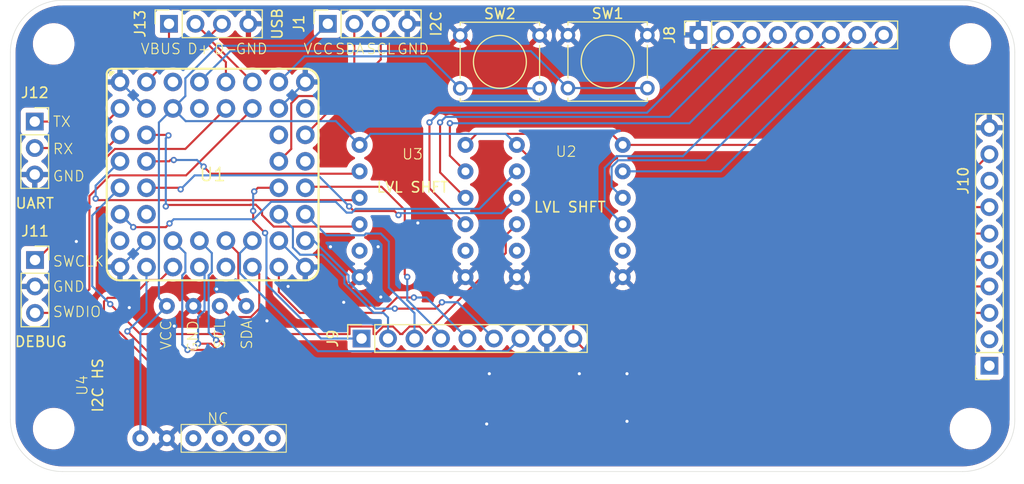
<source format=kicad_pcb>
(kicad_pcb (version 20240108) (generator "pcbnew") (generator_version "8.0")
  (layers (0 "F.Cu" signal) (31 "B.Cu" signal) (34 "B.Paste" user) (35 "F.Paste" user) (36 "B.SilkS" user "B.Silkscreen") (37 "F.SilkS" user "F.Silkscreen") (38 "B.Mask" user) (39 "F.Mask" user) (44 "Edge.Cuts" user))
  (net 0 "")
  (net 1 "/SDA_1")
  (net 2 "GND")
  (net 3 "/SCL_1")
  (net 4 "VCC")
  (net 5 "/BrownStripe")
  (net 6 "/ConsoleVoltage")
  (net 7 "/GreenSolid")
  (net 8 "/BlueStripe")
  (net 9 "/BlueSolid")
  (net 10 "/OrangeSolid")
  (net 11 "/GreenStripe")
  (net 12 "/SD_DATA2")
  (net 13 "/SD_DATA3")
  (net 14 "/SD_COMMAND")
  (net 15 "/SD_CLOCK")
  (net 16 "/SD_DETECT")
  (net 17 "/SD_DATA0")
  (net 18 "/SD_DATA1")
  (net 21 "/LCD_MOSI")
  (net 22 "/LCD_CS")
  (net 23 "/LCD_COMMAND")
  (net 25 "/LCD_CLOCK")
  (net 26 "/LCD_RESET")
  (net 27 "/SWDIO")
  (net 28 "/SWCLK")
  (net 29 "/UART0_RX")
  (net 30 "/UART0_TX")
  (net 31 "/D+")
  (net 32 "/D-")
  (net 33 "VBUS")
  (net 34 "Net-(SW1-B)")
  (net 35 "Net-(SW2-B)")
  (net 36 "/3v3_BlueStripe")
  (net 37 "/3v3_OrangeSolid")
  (net 40 "/SCL")
  (net 41 "/3v3_GreenSolid")
  (net 45 "/3v3_BrownStripe")
  (net 48 "/3v3_BlueSolid")
  (net 50 "/3v3_GreenStripe")
  (net 51 "/SDA")
  (footprint "Connector_PinSocket_2.54mm:PinSocket_1x04_P2.54mm_Vertical" (layer "F.Cu") (at 167.64 53.0606 90)
    (property "Reference" "J13")
    (property "Value" "USB")
  )
  (footprint "GP2040-RE:4-channel I2C-safe Bi-directional Logic Level Converter - BSS138" (layer "F.Cu") (at 191.008 59.6118)
    (property "Reference" "U3")
    (property "Value" "LVL SHFT")
  )
  (footprint "MountingHole:MountingHole_3.5mm" (layer "F.Cu") (at 244.538 91.9406)
    (property "Reference" "H2" (hide yes))
    (property "Value" "MountingHole")
  )
  (footprint "Connector_PinSocket_2.54mm:PinSocket_1x10_P2.54mm_Vertical" (layer "F.Cu") (at 246.355 85.9066 180)
    (property "Reference" "J10")
    (property "Value" "OLED")
  )
  (footprint "Connector_PinSocket_2.54mm:PinSocket_1x03_P2.54mm_Vertical" (layer "F.Cu") (at 154.7876 75.7466)
    (property "Reference" "J11")
    (property "Value" "DEBUG")
  )
  (footprint "MountingHole:MountingHole_3.5mm" (layer "F.Cu") (at 244.538 54.9926)
    (property "Reference" "H1" (hide yes))
    (property "Value" "MountingHole")
  )
  (footprint "Connector_PinSocket_2.54mm:PinSocket_1x03_P2.54mm_Vertical" (layer "F.Cu") (at 154.7618 62.452)
    (property "Reference" "J12")
    (property "Value" "UART")
  )
  (footprint "MountingHole:MountingHole_3.5mm" (layer "F.Cu") (at 156.576 91.9406)
    (property "Reference" "H3" (hide yes))
    (property "Value" "MountingHole")
  )
  (footprint "Button_Switch_THT:SW_Tactile_Straight_KSA0Axx1LFTR" (layer "F.Cu") (at 205.9178 54.1528)
    (property "Reference" "SW1")
    (property "Value" "RESET")
  )
  (footprint "Connector_PinSocket_2.54mm:PinSocket_1x08_P2.54mm_Vertical" (layer "F.Cu") (at 218.44 54.1278 90)
    (property "Reference" "J8")
    (property "Value" "RJ-45")
  )
  (footprint "GP2040-RE:4-channel I2C-safe Bi-directional Logic Level Converter - BSS138" (layer "F.Cu") (at 206.0956 59.6118)
    (property "Reference" "U2")
    (property "Value" "LVL SHFT")
  )
  (footprint "Connector_PinSocket_2.54mm:PinSocket_1x09_P2.54mm_Vertical" (layer "F.Cu") (at 186.1158 83.287 90)
    (property "Reference" "J9")
    (property "Value" "SDIO")
  )
  (footprint "GP2040-RE:Adafruit TCA4307 Hot-Swap I2C Buffer with Stuck Bus Recovery - STEMMA QT  Qwiic" (layer "F.Cu") (at 159.8148 87.7824 90)
    (property "Reference" "U4")
    (property "Value" "I2C HS")
  )
  (footprint "Connector_PinSocket_2.54mm:PinSocket_1x04_P2.54mm_Vertical" (layer "F.Cu") (at 182.88 53.0606 90)
    (property "Reference" "J1")
    (property "Value" "I2C")
  )
  (footprint "GP2040-RE:PGA2040_PTH_NO_SLOT" (layer "F.Cu") (at 171.831 67.5386)
    (property "Reference" "U1")
    (property "Value" "~")
  )
  (footprint "Button_Switch_THT:SW_Tactile_Straight_KSA0Axx1LFTR" (layer "F.Cu") (at 195.58 54.1782)
    (property "Reference" "SW2")
    (property "Value" "BOOTSEL")
  )
  (footprint "MountingHole:MountingHole_3.5mm" (layer "F.Cu") (at 156.576 54.9926)
    (property "Reference" "H4" (hide yes))
    (property "Value" "MountingHole")
  )
  (gr_rect (start 168.8084 91.5416) (end 178.8922 94.2086) (stroke (width 0.1)) (fill none) (layer "F.SilkS"))
  (gr_arc (start 248.793 91.0628) (mid 247.328534 94.598334) (end 243.793 96.0628) (stroke (width 0.05)) (layer "Edge.Cuts"))
  (gr_arc (start 157.4254 96.0628) (mid 153.889866 94.598334) (end 152.4254 91.0628) (stroke (width 0.05)) (layer "Edge.Cuts"))
  (gr_line (start 152.4254 91.0628) (end 152.4254 55.8) (stroke (width 0.05)) (layer "Edge.Cuts"))
  (gr_arc (start 243.793 50.8) (mid 247.328534 52.264466) (end 248.793 55.8) (stroke (width 0.05)) (layer "Edge.Cuts"))
  (gr_arc (start 152.4254 55.8) (mid 153.889866 52.264466) (end 157.4254 50.8) (stroke (width 0.05)) (layer "Edge.Cuts"))
  (gr_line (start 243.793 96.0628) (end 157.4254 96.0628) (stroke (width 0.05)) (layer "Edge.Cuts"))
  (gr_line (start 157.4254 50.8) (end 243.793 50.8) (stroke (width 0.05)) (layer "Edge.Cuts"))
  (gr_line (start 248.793 55.8) (end 248.793 91.0628) (stroke (width 0.05)) (layer "Edge.Cuts"))
  (gr_text "GND" (at 189.474 56.0574 0) (layer "F.SilkS") (effects (font (size 1 1) (thickness 0.1)) (justify left bottom)))
  (gr_text "VCC" (at 167.9448 84.455 90) (layer "F.SilkS") (effects (font (size 1 1) (thickness 0.1)) (justify left bottom)))
  (gr_text "VBUS" (at 164.8614 56.0574 0) (layer "F.SilkS") (effects (font (size 1 1) (thickness 0.1)) (justify left bottom)))
  (gr_text "VCC" (at 180.4824 56.0574 0) (layer "F.SilkS") (effects (font (size 1 1) (thickness 0.1)) (justify left bottom)))
  (gr_text "SWCLK" (at 156.4386 76.4578 0) (layer "F.SilkS") (effects (font (size 1 1) (thickness 0.1)) (justify left bottom)))
  (gr_text "SWDIO" (at 156.4386 81.3092 0) (layer "F.SilkS") (effects (font (size 1 1) (thickness 0.1)) (justify left bottom)))
  (gr_text "SDA" (at 183.527219 56.0574 0) (layer "F.SilkS") (effects (font (size 1 1) (thickness 0.1)) (justify left bottom)))
  (gr_text "SDA" (at 175.6918 84.407381 90) (layer "F.SilkS") (effects (font (size 1 1) (thickness 0.1)) (justify left bottom)))
  (gr_text "SCL" (at 186.524419 56.0574 0) (layer "F.SilkS") (effects (font (size 1 1) (thickness 0.1)) (justify left bottom)))
  (gr_text "D+" (at 169.3318 56.0574 0) (layer "F.SilkS") (effects (font (size 1 1) (thickness 0.1)) (justify left bottom)))
  (gr_text "D-" (at 171.8972 56.0574 0) (layer "F.SilkS") (effects (font (size 1 1) (thickness 0.1)) (justify left bottom)))
  (gr_text "TX" (at 156.4386 63.0466 0) (layer "F.SilkS") (effects (font (size 1 1) (thickness 0.1)) (justify left bottom)))
  (gr_text "RX" (at 156.4386 65.6628 0) (layer "F.SilkS") (effects (font (size 1 1) (thickness 0.1)) (justify left bottom)))
  (gr_text "GND" (at 170.527133 84.645476 90) (layer "F.SilkS") (effects (font (size 1 1) (thickness 0.1)) (justify left bottom)))
  (gr_text "SCL" (at 173.109466 84.359762 90) (layer "F.SilkS") (effects (font (size 1 1) (thickness 0.1)) (justify left bottom)))
  (gr_text "GND" (at 156.4386 78.8835 0) (layer "F.SilkS") (effects (font (size 1 1) (thickness 0.1)) (justify left bottom)))
  (gr_text "NC" (at 171.2468 91.5416 0) (layer "F.SilkS") (effects (font (size 1 1) (thickness 0.1)) (justify left bottom)))
  (gr_text "GND" (at 173.98 56.0574 0) (layer "F.SilkS") (effects (font (size 1 1) (thickness 0.1)) (justify left bottom)))
  (gr_text "GND" (at 156.4386 68.279 0) (layer "F.SilkS") (effects (font (size 1 1) (thickness 0.1)) (justify left bottom)))
  (segment (start 185.42 58.463914) (end 183.884314 59.9996) (width 0.2) (layer "F.Cu") (net 1))
  (segment (start 179.37 60.6961) (end 179.37 65.0796) (width 0.2) (layer "F.Cu") (net 1))
  (segment (start 179.37 65.0796) (end 178.181 66.2686) (width 0.2) (layer "F.Cu") (net 1))
  (segment (start 183.884314 59.9996) (end 180.0665 59.9996) (width 0.2) (layer "F.Cu") (net 1))
  (segment (start 180.0665 59.9996) (end 179.37 60.6961) (width 0.2) (layer "F.Cu") (net 1))
  (segment (start 185.42 53.0606) (end 185.42 58.463914) (width 0.2) (layer "F.Cu") (net 1))
  (via (at 172.212 78.5406) (size 0.6) (drill 0.3) (layers "F.Cu" "B.Cu") (net 2))
  (via (at 191.516 72.1906) (size 0.6) (drill 0.3) (layers "F.Cu" "B.Cu") (net 2))
  (via (at 207.01 86.6686) (size 0.6) (drill 0.3) (layers "F.Cu" "B.Cu") (net 2))
  (via (at 211.582 91.2406) (size 0.6) (drill 0.3) (layers "F.Cu" "B.Cu") (net 2))
  (via (at 183.134 74.4766) (size 0.6) (drill 0.3) (layers "F.Cu" "B.Cu") (net 2))
  (via (at 163.83 80.3186) (size 0.6) (drill 0.3) (layers "F.Cu" "B.Cu") (net 2))
  (via (at 211.582 86.6686) (size 0.6) (drill 0.3) (layers "F.Cu" "B.Cu") (net 2))
  (via (at 198.374 86.6686) (size 0.6) (drill 0.3) (layers "F.Cu" "B.Cu") (net 2))
  (via (at 187.706 74.4766) (size 0.6) (drill 0.3) (layers "F.Cu" "B.Cu") (net 2))
  (via (at 198.12 91.4946) (size 0.6) (drill 0.3) (layers "F.Cu" "B.Cu") (net 2))
  (via (at 177.038 81.5886) (size 0.6) (drill 0.3) (layers "F.Cu" "B.Cu") (net 2))
  (via (at 179.07 78.2866) (size 0.6) (drill 0.3) (layers "F.Cu" "B.Cu") (net 2))
  (via (at 158.75 73.9686) (size 0.6) (drill 0.3) (layers "F.Cu" "B.Cu") (net 2))
  (via (at 168.148 82.0966) (size 0.6) (drill 0.3) (layers "F.Cu" "B.Cu") (net 2))
  (via (at 187.96 79.3026) (size 0.6) (drill 0.3) (layers "F.Cu" "B.Cu") (net 2))
  (via (at 184.404 79.8106) (size 0.6) (drill 0.3) (layers "F.Cu" "B.Cu") (net 2))
  (segment (start 165.481 61.1886) (end 162.941 58.6486) (width 0.2) (layer "B.Cu") (net 2))
  (segment (start 178.181 61.1886) (end 180.721 58.6486) (width 0.2) (layer "B.Cu") (net 2))
  (segment (start 165.481 73.8886) (end 162.941 76.4286) (width 0.2) (layer "B.Cu") (net 2))
  (segment (start 178.181 73.8886) (end 180.721 76.4286) (width 0.2) (layer "B.Cu") (net 2))
  (segment (start 187.96 56.4896) (end 180.721 63.7286) (width 0.2) (layer "F.Cu") (net 3))
  (segment (start 187.96 53.0606) (end 187.96 56.4896) (width 0.2) (layer "F.Cu") (net 3))
  (segment (start 243.3558 70.500915) (end 225.886115 87.9706) (width 0.2) (layer "F.Cu") (net 4))
  (segment (start 211.1194 87.9706) (end 206.4358 83.287) (width 0.2) (layer "F.Cu") (net 4))
  (segment (start 246.355 65.5866) (end 243.3558 68.5858) (width 0.2) (layer "F.Cu") (net 4))
  (segment (start 201.0156 64.6918) (end 206.4358 70.112) (width 0.2) (layer "F.Cu") (net 4))
  (segment (start 243.3558 68.5858) (end 243.3558 70.500915) (width 0.2) (layer "F.Cu") (net 4))
  (segment (start 225.886115 87.9706) (end 211.1194 87.9706) (width 0.2) (layer "F.Cu") (net 4))
  (segment (start 206.4358 70.112) (end 206.4358 83.287) (width 0.2) (layer "F.Cu") (net 4))
  (segment (start 166.672801 79.400401) (end 166.672801 62.536799) (width 0.2) (layer "B.Cu") (net 4))
  (segment (start 167.4348 80.1624) (end 166.672801 79.400401) (width 0.2) (layer "B.Cu") (net 4))
  (segment (start 166.672801 62.536799) (end 168.021 61.1886) (width 0.2) (layer "B.Cu") (net 4))
  (segment (start 201.0156 64.6918) (end 199.9536 63.6298) (width 0.2) (layer "B.Cu") (net 4))
  (segment (start 172.3352 55.1726) (end 180.768 55.1726) (width 0.2) (layer "B.Cu") (net 4))
  (segment (start 185.928 64.6918) (end 183.644 62.4078) (width 0.2) (layer "B.Cu") (net 4))
  (segment (start 199.9536 63.6298) (end 186.99 63.6298) (width 0.2) (layer "B.Cu") (net 4))
  (segment (start 164.8948 82.7024) (end 167.4348 80.1624) (width 0.2) (layer "B.Cu") (net 4))
  (segment (start 169.21 59.9996) (end 169.21 58.2978) (width 0.2) (layer "B.Cu") (net 4))
  (segment (start 164.8948 92.8624) (end 164.8948 82.7024) (width 0.2) (layer "B.Cu") (net 4))
  (segment (start 183.644 62.4078) (end 169.2402 62.4078) (width 0.2) (layer "B.Cu") (net 4))
  (segment (start 169.2402 62.4078) (end 168.021 61.1886) (width 0.2) (layer "B.Cu") (net 4))
  (segment (start 169.21 58.2978) (end 172.3352 55.1726) (width 0.2) (layer "B.Cu") (net 4))
  (segment (start 168.021 61.1886) (end 169.21 59.9996) (width 0.2) (layer "B.Cu") (net 4))
  (segment (start 186.99 63.6298) (end 185.928 64.6918) (width 0.2) (layer "B.Cu") (net 4))
  (segment (start 180.768 55.1726) (end 182.88 53.0606) (width 0.2) (layer "B.Cu") (net 4))
  (segment (start 220.576 67.2318) (end 211.1756 67.2318) (width 0.2) (layer "B.Cu") (net 5))
  (segment (start 233.68 54.1278) (end 220.576 67.2318) (width 0.2) (layer "B.Cu") (net 5))
  (segment (start 197.15 63.6298) (end 210.1136 63.6298) (width 0.2) (layer "F.Cu") (net 6))
  (segment (start 196.088 64.6918) (end 197.15 63.6298) (width 0.2) (layer "F.Cu") (net 6))
  (segment (start 211.1756 64.6918) (end 225.656 64.6918) (width 0.2) (layer "F.Cu") (net 6))
  (segment (start 210.1136 63.6298) (end 211.1756 64.6918) (width 0.2) (layer "F.Cu") (net 6))
  (segment (start 225.656 64.6918) (end 236.22 54.1278) (width 0.2) (layer "F.Cu") (net 6))
  (segment (start 219.098 66.1698) (end 210.735705 66.1698) (width 0.2) (layer "B.Cu") (net 7))
  (segment (start 210.735705 66.1698) (end 210.1088 66.796705) (width 0.2) (layer "B.Cu") (net 7))
  (segment (start 231.14 54.1278) (end 219.098 66.1698) (width 0.2) (layer "B.Cu") (net 7))
  (segment (start 210.1088 66.796705) (end 210.1088 68.705) (width 0.2) (layer "B.Cu") (net 7))
  (segment (start 210.1088 68.705) (end 211.1756 69.7718) (width 0.2) (layer "B.Cu") (net 7))
  (segment (start 209.4484 66.891419) (end 209.4484 70.5846) (width 0.2) (layer "B.Cu") (net 8))
  (segment (start 228.6 54.1278) (end 216.958 65.7698) (width 0.2) (layer "B.Cu") (net 8))
  (segment (start 210.570019 65.7698) (end 209.4484 66.891419) (width 0.2) (layer "B.Cu") (net 8))
  (segment (start 216.958 65.7698) (end 210.570019 65.7698) (width 0.2) (layer "B.Cu") (net 8))
  (segment (start 209.4484 70.5846) (end 211.1756 72.3118) (width 0.2) (layer "B.Cu") (net 8))
  (segment (start 194.5894 62.611) (end 194.5894 65.7332) (width 0.2) (layer "F.Cu") (net 9))
  (segment (start 194.5894 65.7332) (end 196.088 67.2318) (width 0.2) (layer "F.Cu") (net 9))
  (via (at 194.5894 62.611) (size 0.6) (drill 0.3) (layers "F.Cu" "B.Cu") (net 9))
  (segment (start 226.06 54.1278) (end 217.5768 62.611) (width 0.2) (layer "B.Cu") (net 9))
  (segment (start 217.5768 62.611) (end 194.5894 62.611) (width 0.2) (layer "B.Cu") (net 9))
  (segment (start 192.6336 62.5348) (end 192.6336 68.8574) (width 0.2) (layer "F.Cu") (net 10))
  (segment (start 192.6336 68.8574) (end 196.088 72.3118) (width 0.2) (layer "F.Cu") (net 10))
  (via (at 192.6336 62.5348) (size 0.6) (drill 0.3) (layers "F.Cu" "B.Cu") (net 10))
  (segment (start 213.5064 61.6014) (end 193.567 61.6014) (width 0.2) (layer "B.Cu") (net 10))
  (segment (start 193.567 61.6014) (end 192.6336 62.5348) (width 0.2) (layer "B.Cu") (net 10))
  (segment (start 220.98 54.1278) (end 213.5064 61.6014) (width 0.2) (layer "B.Cu") (net 10))
  (segment (start 193.6496 62.5348) (end 193.6496 67.3334) (width 0.2) (layer "F.Cu") (net 11))
  (segment (start 193.6496 67.3334) (end 196.088 69.7718) (width 0.2) (layer "F.Cu") (net 11))
  (via (at 193.6496 62.5348) (size 0.6) (drill 0.3) (layers "F.Cu" "B.Cu") (net 11))
  (segment (start 215.6464 62.0014) (end 194.183 62.0014) (width 0.2) (layer "B.Cu") (net 11))
  (segment (start 194.183 62.0014) (end 193.6496 62.5348) (width 0.2) (layer "B.Cu") (net 11))
  (segment (start 223.52 54.1278) (end 215.6464 62.0014) (width 0.2) (layer "B.Cu") (net 11))
  (segment (start 184.466 77.997381) (end 187.285019 80.8164) (width 0.2) (layer "B.Cu") (net 12))
  (segment (start 187.285019 80.8164) (end 188.2038 80.8164) (width 0.2) (layer "B.Cu") (net 12))
  (segment (start 179.532 72.6996) (end 179.532 74.5431) (width 0.2) (layer "B.Cu") (net 12))
  (segment (start 178.181 71.3486) (end 179.532 72.6996) (width 0.2) (layer "B.Cu") (net 12))
  (segment (start 184.466 77.390286) (end 184.466 77.997381) (width 0.2) (layer "B.Cu") (net 12))
  (segment (start 182.315314 75.2396) (end 184.466 77.390286) (width 0.2) (layer "B.Cu") (net 12))
  (segment (start 179.532 74.5431) (end 180.2285 75.2396) (width 0.2) (layer "B.Cu") (net 12))
  (segment (start 188.2038 80.8164) (end 188.6558 81.2684) (width 0.2) (layer "B.Cu") (net 12))
  (segment (start 188.6558 81.2684) (end 188.6558 83.287) (width 0.2) (layer "B.Cu") (net 12))
  (segment (start 180.2285 75.2396) (end 182.315314 75.2396) (width 0.2) (layer "B.Cu") (net 12))
  (segment (start 190.5 77.375935) (end 190.2618 77.137735) (width 0.2) (layer "F.Cu") (net 13))
  (segment (start 180.8198 68.7098) (end 180.721 68.8086) (width 0.2) (layer "F.Cu") (net 13))
  (segment (start 188.028105 68.7098) (end 180.8198 68.7098) (width 0.2) (layer "F.Cu") (net 13))
  (segment (start 190.2618 77.137735) (end 190.2618 70.943495) (width 0.2) (layer "F.Cu") (net 13))
  (segment (start 190.2618 70.943495) (end 188.028105 68.7098) (width 0.2) (layer "F.Cu") (net 13))
  (via (at 190.5 77.375935) (size 0.6) (drill 0.3) (layers "F.Cu" "B.Cu") (net 13))
  (segment (start 193.7358 82.82907) (end 193.7358 83.287) (width 0.2) (layer "B.Cu") (net 13))
  (segment (start 190.5 79.59327) (end 193.7358 82.82907) (width 0.2) (layer "B.Cu") (net 13))
  (segment (start 190.5 77.375935) (end 190.5 79.59327) (width 0.2) (layer "B.Cu") (net 13))
  (segment (start 178.181 78.8181) (end 178.181 76.4286) (width 0.2) (layer "F.Cu") (net 14))
  (segment (start 191.135 79.3496) (end 189.524471 79.3496) (width 0.2) (layer "F.Cu") (net 14))
  (segment (start 189.524471 79.3496) (end 188.047471 80.8266) (width 0.2) (layer "F.Cu") (net 14))
  (segment (start 188.047471 80.8266) (end 180.1895 80.8266) (width 0.2) (layer "F.Cu") (net 14))
  (segment (start 180.1895 80.8266) (end 178.181 78.8181) (width 0.2) (layer "F.Cu") (net 14))
  (via (at 191.135 79.3496) (size 0.6) (drill 0.3) (layers "F.Cu" "B.Cu") (net 14))
  (segment (start 196.2758 83.287) (end 192.3384 79.3496) (width 0.2) (layer "B.Cu") (net 14))
  (segment (start 192.3384 79.3496) (end 191.135 79.3496) (width 0.2) (layer "B.Cu") (net 14))
  (segment (start 175.641 73.8886) (end 174.452 75.0776) (width 0.2) (layer "B.Cu") (net 15))
  (segment (start 174.452 77.0176) (end 181.9402 84.5058) (width 0.2) (layer "B.Cu") (net 15))
  (segment (start 174.452 75.0776) (end 174.452 77.0176) (width 0.2) (layer "B.Cu") (net 15))
  (segment (start 200.137 84.5058) (end 201.3558 83.287) (width 0.2) (layer "B.Cu") (net 15))
  (segment (start 181.9402 84.5058) (end 200.137 84.5058) (width 0.2) (layer "B.Cu") (net 15))
  (segment (start 176.8602 73.152) (end 175.7172 72.009) (width 0.2) (layer "F.Cu") (net 16))
  (segment (start 175.7172 72.009) (end 175.7172 71.0342) (width 0.2) (layer "F.Cu") (net 16))
  (segment (start 175.8188 69.1642) (end 176.1744 68.8086) (width 0.2) (layer "F.Cu") (net 16))
  (segment (start 176.1744 68.8086) (end 178.181 68.8086) (width 0.2) (layer "F.Cu") (net 16))
  (via (at 175.7172 71.0342) (size 0.6) (drill 0.3) (layers "F.Cu" "B.Cu") (net 16))
  (via (at 176.8602 73.152) (size 0.6) (drill 0.3) (layers "F.Cu" "B.Cu") (net 16))
  (via (at 175.8188 69.1642) (size 0.6) (drill 0.3) (layers "F.Cu" "B.Cu") (net 16))
  (segment (start 175.7172 69.2658) (end 175.8188 69.1642) (width 0.2) (layer "B.Cu") (net 16))
  (segment (start 175.7172 71.0342) (end 175.7172 69.2658) (width 0.2) (layer "B.Cu") (net 16))
  (segment (start 176.992 78.059) (end 176.992 73.32013) (width 0.2) (layer "B.Cu") (net 16))
  (segment (start 176.8458 73.1376) (end 176.8602 73.152) (width 0.2) (layer "B.Cu") (net 16))
  (segment (start 176.80947 73.1376) (end 176.8458 73.1376) (width 0.2) (layer "B.Cu") (net 16))
  (segment (start 182.22 83.287) (end 177.4952 78.5622) (width 0.2) (layer "B.Cu") (net 16))
  (segment (start 186.1158 83.287) (end 182.22 83.287) (width 0.2) (layer "B.Cu") (net 16))
  (segment (start 177.4952 78.5622) (end 176.992 78.059) (width 0.2) (layer "B.Cu") (net 16))
  (segment (start 176.992 73.32013) (end 176.80947 73.1376) (width 0.2) (layer "B.Cu") (net 16))
  (segment (start 189.3062 80.4164) (end 193.2178 80.4164) (width 0.2) (layer "F.Cu") (net 17))
  (segment (start 193.2178 80.4164) (end 193.8274 79.8068) (width 0.2) (layer "F.Cu") (net 17))
  (via (at 193.8274 79.8068) (size 0.6) (drill 0.3) (layers "F.Cu" "B.Cu") (net 17))
  (via (at 189.3062 80.4164) (size 0.6) (drill 0.3) (layers "F.Cu" "B.Cu") (net 17))
  (segment (start 187.450705 80.4164) (end 189.3062 80.4164) (width 0.2) (layer "B.Cu") (net 17))
  (segment (start 193.8274 79.8068) (end 195.3356 79.8068) (width 0.2) (layer "B.Cu") (net 17))
  (segment (start 184.866 77.831695) (end 187.450705 80.4164) (width 0.2) (layer "B.Cu") (net 17))
  (segment (start 195.3356 79.8068) (end 198.8158 83.287) (width 0.2) (layer "B.Cu") (net 17))
  (segment (start 180.721 73.8886) (end 181.53 73.8886) (width 0.2) (layer "B.Cu") (net 17))
  (segment (start 184.866 77.2246) (end 184.866 77.831695) (width 0.2) (layer "B.Cu") (net 17))
  (segment (start 181.53 73.8886) (end 184.866 77.2246) (width 0.2) (layer "B.Cu") (net 17))
  (segment (start 188.7356 78.394556) (end 191.1958 80.854756) (width 0.2) (layer "B.Cu") (net 18))
  (segment (start 186.367895 73.3738) (end 186.535095 73.2066) (width 0.2) (layer "B.Cu") (net 18))
  (segment (start 180.721 71.3486) (end 182.7462 73.3738) (width 0.2) (layer "B.Cu") (net 18))
  (segment (start 182.7462 73.3738) (end 186.367895 73.3738) (width 0.2) (layer "B.Cu") (net 18))
  (segment (start 191.1958 80.854756) (end 191.1958 83.287) (width 0.2) (layer "B.Cu") (net 18))
  (segment (start 187.96 73.2066) (end 188.7356 73.9822) (width 0.2) (layer "B.Cu") (net 18))
  (segment (start 188.7356 73.9822) (end 188.7356 78.394556) (width 0.2) (layer "B.Cu") (net 18))
  (segment (start 186.535095 73.2066) (end 187.96 73.2066) (width 0.2) (layer "B.Cu") (net 18))
  (segment (start 161.752671 79.3846) (end 161.4012 79.736071) (width 0.2) (layer "F.Cu") (net 21))
  (segment (start 166.7764 77.6732) (end 165.7134 77.6732) (width 0.2) (layer "F.Cu") (net 21))
  (segment (start 235.858544 80.8266) (end 246.355 80.8266) (width 0.2) (layer "F.Cu") (net 21))
  (segment (start 161.4012 79.736071) (end 161.4012 81.198329) (width 0.2) (layer "F.Cu") (net 21))
  (segment (start 168.021 76.4286) (end 166.7764 77.6732) (width 0.2) (layer "F.Cu") (net 21))
  (segment (start 164.002 79.3846) (end 161.752671 79.3846) (width 0.2) (layer "F.Cu") (net 21))
  (segment (start 226.714544 89.9706) (end 235.858544 80.8266) (width 0.2) (layer "F.Cu") (net 21))
  (segment (start 170.173471 89.9706) (end 226.714544 89.9706) (width 0.2) (layer "F.Cu") (net 21))
  (segment (start 165.7134 77.6732) (end 164.002 79.3846) (width 0.2) (layer "F.Cu") (net 21))
  (segment (start 161.4012 81.198329) (end 170.173471 89.9706) (width 0.2) (layer "F.Cu") (net 21))
  (segment (start 172.348435 83.423035) (end 177.296 88.3706) (width 0.2) (layer "F.Cu") (net 22))
  (segment (start 172.155565 83.423035) (end 172.348435 83.423035) (width 0.2) (layer "F.Cu") (net 22))
  (segment (start 243.7558 70.6666) (end 246.355 70.6666) (width 0.2) (layer "F.Cu") (net 22))
  (segment (start 226.0518 88.3706) (end 243.7558 70.6666) (width 0.2) (layer "F.Cu") (net 22))
  (segment (start 177.296 88.3706) (end 226.0518 88.3706) (width 0.2) (layer "F.Cu") (net 22))
  (via (at 172.155565 83.423035) (size 0.6) (drill 0.3) (layers "F.Cu" "B.Cu") (net 22))
  (segment (start 171.75 76.9211) (end 171.75 75.0776) (width 0.2) (layer "B.Cu") (net 22))
  (segment (start 171.45 77.2211) (end 171.75 76.9211) (width 0.2) (layer "B.Cu") (net 22))
  (segment (start 171.75 75.0776) (end 170.561 73.8886) (width 0.2) (layer "B.Cu") (net 22))
  (segment (start 172.155565 83.423035) (end 171.45 82.71747) (width 0.2) (layer "B.Cu") (net 22))
  (segment (start 171.45 82.71747) (end 171.45 77.2211) (width 0.2) (layer "B.Cu") (net 22))
  (segment (start 175.8862 89.1706) (end 226.383172 89.1706) (width 0.2) (layer "F.Cu") (net 23))
  (segment (start 239.807172 75.7466) (end 246.355 75.7466) (width 0.2) (layer "F.Cu") (net 23))
  (segment (start 169.418 84.3826) (end 171.0982 84.3826) (width 0.2) (layer "F.Cu") (net 23))
  (segment (start 171.0982 84.3826) (end 175.8862 89.1706) (width 0.2) (layer "F.Cu") (net 23))
  (segment (start 226.383172 89.1706) (end 239.807172 75.7466) (width 0.2) (layer "F.Cu") (net 23))
  (via (at 169.418 84.3826) (size 0.6) (drill 0.3) (layers "F.Cu" "B.Cu") (net 23))
  (segment (start 169.2148 76.9163) (end 169.2148 75.0824) (width 0.2) (layer "B.Cu") (net 23))
  (segment (start 169.2148 75.0824) (end 168.021 73.8886) (width 0.2) (layer "B.Cu") (net 23))
  (segment (start 169.418 84.3826) (end 168.9128 83.8774) (width 0.2) (layer "B.Cu") (net 23))
  (segment (start 168.9128 77.2183) (end 169.2148 76.9163) (width 0.2) (layer "B.Cu") (net 23))
  (segment (start 168.9128 83.8774) (end 168.9128 77.2183) (width 0.2) (layer "B.Cu") (net 23))
  (segment (start 226.548858 89.5706) (end 237.832858 78.2866) (width 0.2) (layer "F.Cu") (net 25))
  (segment (start 237.832858 78.2866) (end 246.355 78.2866) (width 0.2) (layer "F.Cu") (net 25))
  (segment (start 170.622 89.5706) (end 226.548858 89.5706) (width 0.2) (layer "F.Cu") (net 25))
  (segment (start 163.6522 82.6008) (end 170.622 89.5706) (width 0.2) (layer "F.Cu") (net 25))
  (via (at 163.6522 82.6008) (size 0.6) (drill 0.3) (layers "F.Cu" "B.Cu") (net 25))
  (segment (start 163.6522 82.6008) (end 165.481 80.772) (width 0.2) (layer "B.Cu") (net 25))
  (segment (start 165.481 80.772) (end 165.481 76.4286) (width 0.2) (layer "B.Cu") (net 25))
  (segment (start 241.781486 73.2066) (end 246.355 73.2066) (width 0.2) (layer "F.Cu") (net 26))
  (segment (start 226.217486 88.7706) (end 241.781486 73.2066) (width 0.2) (layer "F.Cu") (net 26))
  (segment (start 176.6546 88.7706) (end 226.217486 88.7706) (width 0.2) (layer "F.Cu") (net 26))
  (segment (start 170.434 83.7826) (end 171.6666 83.7826) (width 0.2) (layer "F.Cu") (net 26))
  (segment (start 171.6666 83.7826) (end 176.6546 88.7706) (width 0.2) (layer "F.Cu") (net 26))
  (via (at 170.434 83.7826) (size 0.6) (drill 0.3) (layers "F.Cu" "B.Cu") (net 26))
  (segment (start 171.05 80.589095) (end 171.05 76.9176) (width 0.2) (layer "B.Cu") (net 26))
  (segment (start 171.05 76.9176) (end 170.561 76.4286) (width 0.2) (layer "B.Cu") (net 26))
  (segment (start 170.434 81.205095) (end 171.05 80.589095) (width 0.2) (layer "B.Cu") (net 26))
  (segment (start 170.434 83.7826) (end 170.434 81.205095) (width 0.2) (layer "B.Cu") (net 26))
  (segment (start 169.275871 67.6196) (end 175.641 61.254471) (width 0.2) (layer "F.Cu") (net 27))
  (segment (start 157.734 80.8266) (end 160.0042 78.5564) (width 0.2) (layer "F.Cu") (net 27))
  (segment (start 160.0042 69.601471) (end 161.986071 67.6196) (width 0.2) (layer "F.Cu") (net 27))
  (segment (start 175.641 61.254471) (end 175.641 61.1886) (width 0.2) (layer "F.Cu") (net 27))
  (segment (start 154.7876 80.8266) (end 157.734 80.8266) (width 0.2) (layer "F.Cu") (net 27))
  (segment (start 160.0042 78.5564) (end 160.0042 69.601471) (width 0.2) (layer "F.Cu") (net 27))
  (segment (start 161.986071 67.6196) (end 169.275871 67.6196) (width 0.2) (layer "F.Cu") (net 27))
  (segment (start 159.6042 67.9239) (end 162.4485 65.0796) (width 0.2) (layer "F.Cu") (net 28))
  (segment (start 162.4485 65.0796) (end 169.21 65.0796) (width 0.2) (layer "F.Cu") (net 28))
  (segment (start 169.21 65.0796) (end 173.101 61.1886) (width 0.2) (layer "F.Cu") (net 28))
  (segment (start 154.7876 75.7466) (end 154.94 75.7466) (width 0.2) (layer "F.Cu") (net 28))
  (segment (start 159.6042 71.0824) (end 159.6042 67.9239) (width 0.2) (layer "F.Cu") (net 28))
  (segment (start 154.94 75.7466) (end 159.6042 71.0824) (width 0.2) (layer "F.Cu") (net 28))
  (segment (start 154.7618 64.992) (end 161.6776 64.992) (width 0.2) (layer "F.Cu") (net 29))
  (segment (start 161.6776 64.992) (end 162.941 63.7286) (width 0.2) (layer "F.Cu") (net 29))
  (segment (start 161.6776 62.452) (end 162.941 61.1886) (width 0.2) (layer "F.Cu") (net 30))
  (segment (start 154.7618 62.452) (end 161.6776 62.452) (width 0.2) (layer "F.Cu") (net 30))
  (segment (start 173.101 56.744997) (end 173.101 58.6486) (width 0.2) (layer "F.Cu") (net 31))
  (segment (start 171.224999 54.868996) (end 173.101 56.744997) (width 0.2) (layer "F.Cu") (net 31))
  (segment (start 171.224999 54.105599) (end 171.224999 54.868996) (width 0.2) (layer "F.Cu") (net 31))
  (segment (start 170.18 53.0606) (end 171.224999 54.105599) (width 0.2) (layer "F.Cu") (net 31))
  (segment (start 171.675001 54.105599) (end 171.675001 54.682601) (width 0.2) (layer "F.Cu") (net 32))
  (segment (start 171.675001 54.682601) (end 175.641 58.6486) (width 0.2) (layer "F.Cu") (net 32))
  (segment (start 172.72 53.0606) (end 171.675001 54.105599) (width 0.2) (layer "F.Cu") (net 32))
  (segment (start 167.64 53.0606) (end 167.64 56.4896) (width 0.2) (layer "F.Cu") (net 33))
  (segment (start 167.64 56.4896) (end 165.481 58.6486) (width 0.2) (layer "F.Cu") (net 33))
  (segment (start 170.561 58.6486) (end 173.529 55.6806) (width 0.2) (layer "B.Cu") (net 34))
  (segment (start 202.3656 55.6806) (end 205.9178 59.2328) (width 0.2) (layer "B.Cu") (net 34))
  (segment (start 205.9178 59.2328) (end 213.5378 59.2328) (width 0.2) (layer "B.Cu") (net 34))
  (segment (start 173.529 55.6806) (end 202.3656 55.6806) (width 0.2) (layer "B.Cu") (net 34))
  (segment (start 192.5104 56.1886) (end 180.641 56.1886) (width 0.2) (layer "B.Cu") (net 35))
  (segment (start 195.58 59.2582) (end 203.2 59.2582) (width 0.2) (layer "B.Cu") (net 35))
  (segment (start 195.58 59.2582) (end 192.5104 56.1886) (width 0.2) (layer "B.Cu") (net 35))
  (segment (start 180.641 56.1886) (end 178.181 58.6486) (width 0.2) (layer "B.Cu") (net 35))
  (segment (start 190.0458 82.8586) (end 190.0458 82.810654) (width 0.2) (layer "F.Cu") (net 36))
  (segment (start 187.5058 82.810654) (end 188.179454 82.137) (width 0.2) (layer "F.Cu") (net 36))
  (segment (start 184.9658 82.8586) (end 184.9658 82.137) (width 0.2) (layer "F.Cu") (net 36))
  (segment (start 190.0458 82.810654) (end 190.719454 82.137) (width 0.2) (layer "F.Cu") (net 36))
  (segment (start 187.5058 82.8586) (end 187.5058 82.810654) (width 0.2) (layer "F.Cu") (net 36))
  (segment (start 191.672146 82.137) (end 192.283173 82.748027) (width 0.2) (layer "F.Cu") (net 36))
  (segment (start 172.404094 82.823035) (end 172.439659 82.8586) (width 0.2) (layer "F.Cu") (net 36))
  (segment (start 189.8058 82.810654) (end 189.8058 82.8586) (width 0.2) (layer "F.Cu") (net 36))
  (segment (start 187.2658 82.8586) (end 187.5058 82.8586) (width 0.2) (layer "F.Cu") (net 36))
  (segment (start 188.179454 82.137) (end 189.132146 82.137) (width 0.2) (layer "F.Cu") (net 36))
  (segment (start 189.8058 82.8586) (end 190.0458 82.8586) (width 0.2) (layer "F.Cu") (net 36))
  (segment (start 190.719454 82.137) (end 191.672146 82.137) (width 0.2) (layer "F.Cu") (net 36))
  (segment (start 187.2658 82.137) (end 187.2658 82.8586) (width 0.2) (layer "F.Cu") (net 36))
  (segment (start 172.439659 82.8586) (end 184.9658 82.8586) (width 0.2) (layer "F.Cu") (net 36))
  (segment (start 199.9536 73.3738) (end 201.0156 72.3118) (width 0.2) (layer "F.Cu") (net 36))
  (segment (start 184.9658 82.137) (end 187.2658 82.137) (width 0.2) (layer "F.Cu") (net 36))
  (segment (start 171.907036 82.823035) (end 172.404094 82.823035) (width 0.2) (layer "F.Cu") (net 36))
  (segment (start 164.8752 82.8586) (end 171.871471 82.8586) (width 0.2) (layer "F.Cu") (net 36))
  (segment (start 199.9536 75.0776) (end 199.9536 73.3738) (width 0.2) (layer "F.Cu") (net 36))
  (segment (start 192.283173 82.748027) (end 199.9536 75.0776) (width 0.2) (layer "F.Cu") (net 36))
  (segment (start 171.871471 82.8586) (end 171.907036 82.823035) (width 0.2) (layer "F.Cu") (net 36))
  (segment (start 162.0012 79.9846) (end 164.8752 82.8586) (width 0.2) (layer "F.Cu") (net 36))
  (segment (start 189.132146 82.137) (end 189.8058 82.810654) (width 0.2) (layer "F.Cu") (net 36))
  (via (at 162.0012 79.9846) (size 0.6) (drill 0.3) (layers "F.Cu" "B.Cu") (net 36))
  (segment (start 160.274 71.4756) (end 160.274 78.2574) (width 0.2) (layer "B.Cu") (net 36))
  (segment (start 160.274 78.2574) (end 162.0012 79.9846) (width 0.2) (layer "B.Cu") (net 36))
  (segment (start 162.941 68.8086) (end 160.274 71.4756) (width 0.2) (layer "B.Cu") (net 36))
  (segment (start 167.5892 63.7794) (end 167.4368 63.7794) (width 0.2) (layer "F.Cu") (net 37))
  (segment (start 167.4732 70.4596) (end 167.3352 70.5976) (width 0.2) (layer "F.Cu") (net 37))
  (segment (start 185.7022 72.5376) (end 177.6885 72.5376) (width 0.2) (layer "F.Cu") (net 37))
  (segment (start 177.6885 72.5376) (end 176.5701 71.4192) (width 0.2) (layer "F.Cu") (net 37))
  (segment (start 167.4368 63.7794) (end 167.386 63.7286) (width 0.2) (layer "F.Cu") (net 37))
  (segment (start 175.965729 70.4342) (end 175.468671 70.4342) (width 0.2) (layer "F.Cu") (net 37))
  (segment (start 185.928 72.3118) (end 185.7022 72.5376) (width 0.2) (layer "F.Cu") (net 37))
  (segment (start 176.5701 71.4192) (end 176.5701 71.038571) (width 0.2) (layer "F.Cu") (net 37))
  (segment (start 175.468671 70.4342) (end 175.443271 70.4596) (width 0.2) (layer "F.Cu") (net 37))
  (segment (start 176.5701 71.038571) (end 175.965729 70.4342) (width 0.2) (layer "F.Cu") (net 37))
  (segment (start 167.386 63.7286) (end 165.481 63.7286) (width 0.2) (layer "F.Cu") (net 37))
  (segment (start 175.443271 70.4596) (end 167.4732 70.4596) (width 0.2) (layer "F.Cu") (net 37))
  (via (at 167.3352 70.5976) (size 0.6) (drill 0.3) (layers "F.Cu" "B.Cu") (net 37))
  (via (at 167.5892 63.7794) (size 0.6) (drill 0.3) (layers "F.Cu" "B.Cu") (net 37))
  (segment (start 167.3352 70.5976) (end 167.3352 64.0588) (width 0.2) (layer "B.Cu") (net 37))
  (segment (start 167.3352 64.0588) (end 167.513 63.881) (width 0.2) (layer "B.Cu") (net 37))
  (segment (start 167.5892 63.8048) (end 167.5892 63.7794) (width 0.2) (layer "B.Cu") (net 37))
  (segment (start 167.513 63.881) (end 167.5892 63.8048) (width 0.2) (layer "B.Cu") (net 37))
  (segment (start 176.3014 80.417695) (end 176.3014 77.089) (width 0.2) (layer "F.Cu") (net 40))
  (segment (start 173.5768 81.2244) (end 175.494695 81.2244) (width 0.2) (layer "F.Cu") (net 40))
  (segment (start 176.3014 77.089) (end 175.641 76.4286) (width 0.2) (layer "F.Cu") (net 40))
  (segment (start 175.494695 81.2244) (end 176.3014 80.417695) (width 0.2) (layer "F.Cu") (net 40))
  (segment (start 172.5148 80.1624) (end 173.5768 81.2244) (width 0.2) (layer "F.Cu") (net 40))
  (segment (start 185.37537 71.0438) (end 189.2718 71.0438) (width 0.2) (layer "F.Cu") (net 41))
  (segment (start 184.92917 70.5976) (end 185.37537 71.0438) (width 0.2) (layer "F.Cu") (net 41))
  (segment (start 189.2718 71.0438) (end 189.6618 71.4338) (width 0.2) (layer "F.Cu") (net 41))
  (segment (start 168.6052 68.8086) (end 165.481 68.8086) (width 0.2) (layer "F.Cu") (net 41))
  (segment (start 168.7576 68.961) (end 168.6052 68.8086) (width 0.2) (layer "F.Cu") (net 41))
  (via (at 184.92917 70.5976) (size 0.6) (drill 0.3) (layers "F.Cu" "B.Cu") (net 41))
  (via (at 168.7576 68.961) (size 0.6) (drill 0.3) (layers "F.Cu" "B.Cu") (net 41))
  (via (at 189.6618 71.4338) (size 0.6) (drill 0.3) (layers "F.Cu" "B.Cu") (net 41))
  (segment (start 170.099 67.6196) (end 168.7576 68.961) (width 0.2) (layer "B.Cu") (net 41))
  (segment (start 201.0156 69.7718) (end 199.5376 71.2498) (width 0.2) (layer "B.Cu") (net 41))
  (segment (start 181.95117 67.6196) (end 170.099 67.6196) (width 0.2) (layer "B.Cu") (net 41))
  (segment (start 199.5376 71.2498) (end 189.8458 71.2498) (width 0.2) (layer "B.Cu") (net 41))
  (segment (start 184.92917 70.5976) (end 181.95117 67.6196) (width 0.2) (layer "B.Cu") (net 41))
  (segment (start 189.8458 71.2498) (end 189.6618 71.4338) (width 0.2) (layer "B.Cu") (net 41))
  (segment (start 167.3352 72.5932) (end 167.6908 72.2376) (width 0.2) (layer "F.Cu") (net 45))
  (segment (start 164.211 72.5932) (end 167.3352 72.5932) (width 0.2) (layer "F.Cu") (net 45))
  (via (at 167.6908 72.2376) (size 0.6) (drill 0.3) (layers "F.Cu" "B.Cu") (net 45))
  (via (at 164.211 72.5932) (size 0.6) (drill 0.3) (layers "F.Cu" "B.Cu") (net 45))
  (segment (start 183.637841 70.1548) (end 184.680641 71.1976) (width 0.2) (layer "B.Cu") (net 45))
  (segment (start 162.9664 71.3486) (end 164.211 72.5932) (width 0.2) (layer "B.Cu") (net 45))
  (segment (start 197.4136 70.8338) (end 201.0156 67.2318) (width 0.2) (layer "B.Cu") (net 45))
  (segment (start 185.541499 70.8338) (end 197.4136 70.8338) (width 0.2) (layer "B.Cu") (net 45))
  (segment (start 185.177699 71.1976) (end 185.541499 70.8338) (width 0.2) (layer "B.Cu") (net 45))
  (segment (start 177.445129 70.1548) (end 183.637841 70.1548) (width 0.2) (layer "B.Cu") (net 45))
  (segment (start 162.941 71.3486) (end 162.9664 71.3486) (width 0.2) (layer "B.Cu") (net 45))
  (segment (start 184.680641 71.1976) (end 185.177699 71.1976) (width 0.2) (layer "B.Cu") (net 45))
  (segment (start 168.0972 71.8312) (end 175.768729 71.8312) (width 0.2) (layer "B.Cu") (net 45))
  (segment (start 167.6908 72.2376) (end 168.0972 71.8312) (width 0.2) (layer "B.Cu") (net 45))
  (segment (start 175.768729 71.8312) (end 177.445129 70.1548) (width 0.2) (layer "B.Cu") (net 45))
  (segment (start 167.7924 66.1416) (end 167.6654 66.2686) (width 0.2) (layer "F.Cu") (net 48))
  (segment (start 185.7022 67.4576) (end 171.6484 67.4576) (width 0.2) (layer "F.Cu") (net 48))
  (segment (start 167.6654 66.2686) (end 165.481 66.2686) (width 0.2) (layer "F.Cu") (net 48))
  (segment (start 185.928 67.2318) (end 185.7022 67.4576) (width 0.2) (layer "F.Cu") (net 48))
  (segment (start 171.6484 67.4576) (end 170.9674 66.7766) (width 0.2) (layer "F.Cu") (net 48))
  (segment (start 168.0972 66.1416) (end 167.7924 66.1416) (width 0.2) (layer "F.Cu") (net 48))
  (via (at 170.9674 66.7766) (size 0.6) (drill 0.3) (layers "F.Cu" "B.Cu") (net 48))
  (via (at 168.0972 66.1416) (size 0.6) (drill 0.3) (layers "F.Cu" "B.Cu") (net 48))
  (segment (start 170.9674 66.7766) (end 170.3324 66.1416) (width 0.2) (layer "B.Cu") (net 48))
  (segment (start 170.3324 66.1416) (end 168.0972 66.1416) (width 0.2) (layer "B.Cu") (net 48))
  (segment (start 160.7518 69.9976) (end 160.6042 69.85) (width 0.2) (layer "F.Cu") (net 50))
  (segment (start 185.7022 69.9976) (end 160.7518 69.9976) (width 0.2) (layer "F.Cu") (net 50))
  (segment (start 185.928 69.7718) (end 185.7022 69.9976) (width 0.2) (layer "F.Cu") (net 50))
  (via (at 160.6042 69.85) (size 0.6) (drill 0.3) (layers "F.Cu" "B.Cu") (net 50))
  (segment (start 160.6042 68.6054) (end 162.941 66.2686) (width 0.2) (layer "B.Cu") (net 50))
  (segment (start 160.6042 69.85) (end 160.6042 68.6054) (width 0.2) (layer "B.Cu") (net 50))
  (segment (start 174.292801 79.400401) (end 174.292801 75.080401) (width 0.2) (layer "F.Cu") (net 51))
  (segment (start 174.292801 75.080401) (end 173.101 73.8886) (width 0.2) (layer "F.Cu") (net 51))
  (segment (start 175.0548 80.1624) (end 174.292801 79.400401) (width 0.2) (layer "F.Cu") (net 51))
  (zone (net 2) (net_name "GND") (layers "F&B.Cu") (connect_pads (clearance 0.5)) (min_thickness 0.25) (fill yes (thermal_gap 0.5) (thermal_bridge_width 0.5))
    (polygon (pts (xy 152.4 50.8038) (xy 248.793 50.8038) (xy 248.793 96.0666) (xy 248.793 96.0666) (xy 152.4 96.0666) (xy 152.4 96.0666)))
  )
)
</source>
